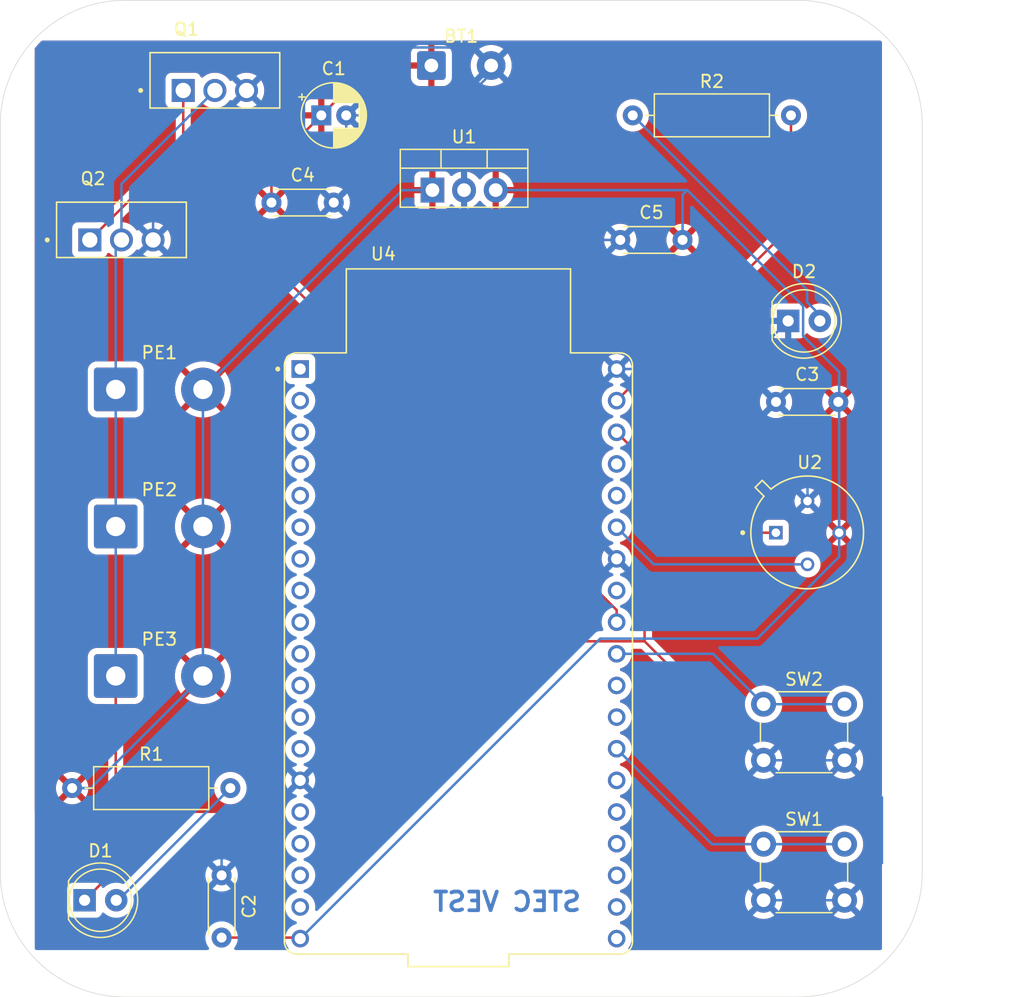
<source format=kicad_pcb>
(kicad_pcb (version 20241229) (generator "pcbnew") (generator_version "9.0")
  (title_block (title "STEC_PCB") (date "04/03.2025") (rev "0"))
  (layers (0 "F.Cu" signal) (2 "B.Cu" signal) (13 "F.Paste" user) (15 "B.Paste" user) (5 "F.SilkS" user "F.Silkscreen") (7 "B.SilkS" user "B.Silkscreen") (1 "F.Mask" user) (3 "B.Mask" user) (25 "Edge.Cuts" user))
  (net 0 "")
  (net 1 "+12V")
  (net 2 "GND")
  (net 3 "Net-(D1-A)")
  (net 4 "Net-(D1-K)")
  (net 5 "Net-(D2-A)")
  (net 6 "Net-(Q1-G)")
  (net 7 "Net-(U4-IO23)")
  (net 8 "Net-(U4-IO4)")
  (net 9 "Net-(U4-IO5)")
  (net 10 "+5V")
  (net 11 "Net-(U2-SCL{slash}VZ)")
  (net 12 "Net-(U2-SDA{slash}PWM)")
  (footprint "LED_THT:LED_D5.0mm" (layer "F.Cu") (at 172.475 83.5)
    (property "Reference" "D2" (at 1.27 -3.96 0) (layer "F.SilkS"))
    (property "Value" "WiFi_LED (Red)")
    (fp_line (start -1.29 -1.545) (end -1.29 1.545) (stroke (width 0.12)) (layer "F.SilkS"))
    (fp_arc (start -1.29 -1.54483) (mid 2.071756 -2.880501) (end 4.26 -0.000048) (stroke (width 0.12)) (layer "F.SilkS"))
    (fp_arc (start 4.26 0.000048) (mid 2.071756 2.880501) (end -1.29 1.54483) (stroke (width 0.12)) (layer "F.SilkS"))
    (fp_circle (center 1.27 0) (end 3.77 0) (stroke (width 0.12)) (fill no) (layer "F.SilkS"))
    (pad "1" thru_hole rect (at 0 0) (size 1.8 1.8) (drill 0.9) (layers "*.Cu" "*.Mask") (net 2 "GND"))
    (pad "2" thru_hole circle (at 2.54 0) (size 1.8 1.8) (drill 0.9) (layers "*.Cu" "*.Mask") (net 5 "Net-(D2-A)"))
  )
  (footprint "Capacitor_THT:C_Disc_D4.3mm_W1.9mm_P5.00mm" (layer "F.Cu") (at 159 77)
    (property "Reference" "C5" (at 2.5 -2.2 0) (layer "F.SilkS"))
    (property "Value" "C (0.1 μF)")
    (fp_line (start 0.23 -1.07) (end 0.23 -1.055) (stroke (width 0.12)) (layer "F.SilkS"))
    (fp_line (start 0.23 -1.07) (end 4.77 -1.07) (stroke (width 0.12)) (layer "F.SilkS"))
    (fp_line (start 0.23 1.055) (end 0.23 1.07) (stroke (width 0.12)) (layer "F.SilkS"))
    (fp_line (start 0.23 1.07) (end 4.77 1.07) (stroke (width 0.12)) (layer "F.SilkS"))
    (fp_line (start 4.77 -1.07) (end 4.77 -1.055) (stroke (width 0.12)) (layer "F.SilkS"))
    (fp_line (start 4.77 1.055) (end 4.77 1.07) (stroke (width 0.12)) (layer "F.SilkS"))
    (pad "1" thru_hole circle (at 0 0) (size 1.6 1.6) (drill 0.8) (layers "*.Cu" "*.Mask") (net 2 "GND"))
    (pad "2" thru_hole circle (at 5 0) (size 1.6 1.6) (drill 0.8) (layers "*.Cu" "*.Mask") (net 10 "+5V"))
  )
  (footprint "MLX90614ESF-BAA-000-TU:TO254P942H425-4" (layer "F.Cu") (at 174.0281 100.5)
    (property "Reference" "U2" (at 0.175 -5.635 0) (layer "F.SilkS"))
    (property "Value" "MLX90614ESF-BAA-000-TU")
    (fp_line (start -4.202 -3.636) (end -3.636 -4.202) (stroke (width 0.127)) (layer "F.SilkS"))
    (fp_line (start -3.636 -4.202) (end -2.929 -3.495) (stroke (width 0.127)) (layer "F.SilkS"))
    (fp_line (start -3.495 -2.929) (end -4.202 -3.636) (stroke (width 0.127)) (layer "F.SilkS"))
    (fp_arc (start -2.929 -3.495) (mid 3.173854 3.173854) (end -3.495 -2.929) (stroke (width 0.127)) (layer "F.SilkS"))
    (fp_circle (center -5.2 0) (end -5.1 0) (stroke (width 0.2)) (fill no) (layer "F.SilkS"))
    (pad "1" thru_hole rect (at -2.54 0) (size 1.09 1.09) (drill 0.69) (layers "*.Cu" "*.Mask") (net 11 "Net-(U2-SCL{slash}VZ)"))
    (pad "2" thru_hole circle (at 0 2.54) (size 1.09 1.09) (drill 0.69) (layers "*.Cu" "*.Mask") (net 12 "Net-(U2-SDA{slash}PWM)"))
    (pad "3" thru_hole circle (at 2.54 0) (size 1.09 1.09) (drill 0.69) (layers "*.Cu" "*.Mask") (net 10 "+5V"))
    (pad "4" thru_hole circle (at 0 -2.54) (size 1.09 1.09) (drill 0.69) (layers "*.Cu" "*.Mask") (net 2 "GND"))
  )
  (footprint "Package_TO_SOT_THT:TO-220-3_Vertical" (layer "F.Cu") (at 143.92 73)
    (property "Reference" "U1" (at 2.54 -4.27 0) (layer "F.SilkS"))
    (property "Value" "L7805CV")
    (fp_line (start -2.58 -3.27) (end -2.58 1.371) (stroke (width 0.12)) (layer "F.SilkS"))
    (fp_line (start -2.58 -3.27) (end 7.66 -3.27) (stroke (width 0.12)) (layer "F.SilkS"))
    (fp_line (start -2.58 -1.76) (end 7.66 -1.76) (stroke (width 0.12)) (layer "F.SilkS"))
    (fp_line (start -2.58 1.371) (end 7.66 1.371) (stroke (width 0.12)) (layer "F.SilkS"))
    (fp_line (start 0.69 -3.27) (end 0.69 -1.76) (stroke (width 0.12)) (layer "F.SilkS"))
    (fp_line (start 4.391 -3.27) (end 4.391 -1.76) (stroke (width 0.12)) (layer "F.SilkS"))
    (fp_line (start 7.66 -3.27) (end 7.66 1.371) (stroke (width 0.12)) (layer "F.SilkS"))
    (pad "1" thru_hole rect (at 0 0) (size 1.905 2) (drill 1.1) (layers "*.Cu" "*.Mask") (net 1 "+12V"))
    (pad "2" thru_hole oval (at 2.54 0) (size 1.905 2) (drill 1.1) (layers "*.Cu" "*.Mask") (net 2 "GND"))
    (pad "3" thru_hole oval (at 5.08 0) (size 1.905 2) (drill 1.1) (layers "*.Cu" "*.Mask") (net 10 "+5V"))
  )
  (footprint "LED_THT:LED_D5.0mm" (layer "F.Cu") (at 116 130)
    (property "Reference" "D1" (at 1.27 -3.96 0) (layer "F.SilkS"))
    (property "Value" "TEC_LED (Green)")
    (fp_line (start -1.29 -1.545) (end -1.29 1.545) (stroke (width 0.12)) (layer "F.SilkS"))
    (fp_arc (start -1.29 -1.54483) (mid 2.071756 -2.880501) (end 4.26 -0.000048) (stroke (width 0.12)) (layer "F.SilkS"))
    (fp_arc (start 4.26 0.000048) (mid 2.071756 2.880501) (end -1.29 1.54483) (stroke (width 0.12)) (layer "F.SilkS"))
    (fp_circle (center 1.27 0) (end 3.77 0) (stroke (width 0.12)) (fill no) (layer "F.SilkS"))
    (pad "1" thru_hole rect (at 0 0) (size 1.8 1.8) (drill 0.9) (layers "*.Cu" "*.Mask") (net 4 "Net-(D1-K)"))
    (pad "2" thru_hole circle (at 2.54 0) (size 1.8 1.8) (drill 0.9) (layers "*.Cu" "*.Mask") (net 3 "Net-(D1-A)"))
  )
  (footprint "Resistor_THT:R_Axial_DIN0309_L9.0mm_D3.2mm_P12.70mm_Horizontal" (layer "F.Cu") (at 115 121)
    (property "Reference" "R1" (at 6.35 -2.72 0) (layer "F.SilkS"))
    (property "Value" "620Ω")
    (fp_line (start 1.04 0) (end 1.73 0) (stroke (width 0.12)) (layer "F.SilkS"))
    (fp_line (start 1.73 -1.72) (end 1.73 1.72) (stroke (width 0.12)) (layer "F.SilkS"))
    (fp_line (start 1.73 1.72) (end 10.97 1.72) (stroke (width 0.12)) (layer "F.SilkS"))
    (fp_line (start 10.97 -1.72) (end 1.73 -1.72) (stroke (width 0.12)) (layer "F.SilkS"))
    (fp_line (start 10.97 1.72) (end 10.97 -1.72) (stroke (width 0.12)) (layer "F.SilkS"))
    (fp_line (start 11.66 0) (end 10.97 0) (stroke (width 0.12)) (layer "F.SilkS"))
    (pad "1" thru_hole circle (at 0 0) (size 1.6 1.6) (drill 0.8) (layers "*.Cu" "*.Mask") (net 1 "+12V"))
    (pad "2" thru_hole oval (at 12.7 0) (size 1.6 1.6) (drill 0.8) (layers "*.Cu" "*.Mask") (net 3 "Net-(D1-A)"))
  )
  (footprint "Capacitor_THT:C_Disc_D4.3mm_W1.9mm_P5.00mm" (layer "F.Cu") (at 131 74)
    (property "Reference" "C4" (at 2.5 -2.2 0) (layer "F.SilkS"))
    (property "Value" "C (0.33 μF)")
    (fp_line (start 0.23 -1.07) (end 0.23 -1.055) (stroke (width 0.12)) (layer "F.SilkS"))
    (fp_line (start 0.23 -1.07) (end 4.77 -1.07) (stroke (width 0.12)) (layer "F.SilkS"))
    (fp_line (start 0.23 1.055) (end 0.23 1.07) (stroke (width 0.12)) (layer "F.SilkS"))
    (fp_line (start 0.23 1.07) (end 4.77 1.07) (stroke (width 0.12)) (layer "F.SilkS"))
    (fp_line (start 4.77 -1.07) (end 4.77 -1.055) (stroke (width 0.12)) (layer "F.SilkS"))
    (fp_line (start 4.77 1.055) (end 4.77 1.07) (stroke (width 0.12)) (layer "F.SilkS"))
    (pad "1" thru_hole circle (at 0 0) (size 1.6 1.6) (drill 0.8) (layers "*.Cu" "*.Mask") (net 1 "+12V"))
    (pad "2" thru_hole circle (at 5 0) (size 1.6 1.6) (drill 0.8) (layers "*.Cu" "*.Mask") (net 2 "GND"))
  )
  (footprint "Capacitor_THT:CP_Radial_D5.0mm_P2.00mm" (layer "F.Cu") (at 135 67)
    (property "Reference" "C1" (at 1 -3.75 0) (layer "F.SilkS"))
    (property "Value" "C_Polarized (10 μF)")
    (fp_line (start -1.804775 -1.475) (end -1.304775 -1.475) (stroke (width 0.12)) (layer "F.SilkS"))
    (fp_line (start -1.554775 -1.725) (end -1.554775 -1.225) (stroke (width 0.12)) (layer "F.SilkS"))
    (fp_line (start 1 -2.58) (end 1 -1.04) (stroke (width 0.12)) (layer "F.SilkS"))
    (fp_line (start 1 1.04) (end 1 2.58) (stroke (width 0.12)) (layer "F.SilkS"))
    (fp_line (start 1.04 -2.58) (end 1.04 -1.04) (stroke (width 0.12)) (layer "F.SilkS"))
    (fp_line (start 1.04 1.04) (end 1.04 2.58) (stroke (width 0.12)) (layer "F.SilkS"))
    (fp_line (start 1.08 -2.579) (end 1.08 -1.04) (stroke (width 0.12)) (layer "F.SilkS"))
    (fp_line (start 1.08 1.04) (end 1.08 2.579) (stroke (width 0.12)) (layer "F.SilkS"))
    (fp_line (start 1.12 -2.578) (end 1.12 -1.04) (stroke (width 0.12)) (layer "F.SilkS"))
    (fp_line (start 1.12 1.04) (end 1.12 2.578) (stroke (width 0.12)) (layer "F.SilkS"))
    (fp_line (start 1.16 -2.576) (end 1.16 -1.04) (stroke (width 0.12)) (layer "F.SilkS"))
    (fp_line (start 1.16 1.04) (end 1.16 2.576) (stroke (width 0.12)) (layer "F.SilkS"))
    (fp_line (start 1.2 -2.573) (end 1.2 -1.04) (stroke (width 0.12)) (layer "F.SilkS"))
    (fp_line (start 1.2 1.04) (end 1.2 2.573) (stroke (width 0.12)) (layer "F.SilkS"))
    (fp_line (start 1.24 -2.569) (end 1.24 -1.04) (stroke (width 0.12)) (layer "F.SilkS"))
    (fp_line (start 1.24 1.04) (end 1.24 2.569) (stroke (width 0.12)) (layer "F.SilkS"))
    (fp_line (start 1.28 -2.565) (end 1.28 -1.04) (stroke (width 0.12)) (layer "F.SilkS"))
    (fp_line (start 1.28 1.04) (end 1.28 2.565) (stroke (width 0.12)) (layer "F.SilkS"))
    (fp_line (start 1.32 -2.561) (end 1.32 -1.04) (stroke (width 0.12)) (layer "F.SilkS"))
    (fp_line (start 1.32 1.04) (end 1.32 2.561) (stroke (width 0.12)) (layer "F.SilkS"))
    (fp_line (start 1.36 -2.556) (end 1.36 -1.04) (stroke (width 0.12)) (layer "F.SilkS"))
    (fp_line (start 1.36 1.04) (end 1.36 2.556) (stroke (width 0.12)) (layer "F.SilkS"))
    (fp_line (start 1.4 -2.55) (end 1.4 -1.04) (stroke (width 0.12)) (layer "F.SilkS"))
    (fp_line (start 1.4 1.04) (end 1.4 2.55) (stroke (width 0.12)) (layer "F.SilkS"))
    (fp_line (start 1.44 -2.543) (end 1.44 -1.04) (stroke (width 0.12)) (layer "F.SilkS"))
    (fp_line (start 1.44 1.04) (end 1.44 2.543) (stroke (width 0.12)) (layer "F.SilkS"))
    (fp_line (start 1.48 -2.536) (end 1.48 -1.04) (stroke (width 0.12)) (layer "F.SilkS"))
    (fp_line (start 1.48 1.04) (end 1.48 2.536) (stroke (width 0.12)) (layer "F.SilkS"))
    (fp_line (start 1.52 -2.528) (end 1.52 -1.04) (stroke (width 0.12)) (layer "F.SilkS"))
    (fp_line (start 1.52 1.04) (end 1.52 2.528) (stroke (width 0.12)) (layer "F.SilkS"))
    (fp_line (start 1.56 -2.52) (end 1.56 -1.04) (stroke (width 0.12)) (layer "F.SilkS"))
    (fp_line (start 1.56 1.04) (end 1.56 2.52) (stroke (width 0.12)) (layer "F.SilkS"))
    (fp_line (start 1.6 -2.511) (end 1.6 -1.04) (stroke (width 0.12)) (layer "F.SilkS"))
    (fp_line (start 1.6 1.04) (end 1.6 2.511) (stroke (width 0.12)) (layer "F.SilkS"))
    (fp_line (start 1.64 -2.501) (end 1.64 -1.04) (stroke (width 0.12)) (layer "F.SilkS"))
    (fp_line (start 1.64 1.04) (end 1.64 2.501) (stroke (width 0.12)) (layer "F.SilkS"))
    (fp_line (start 1.68 -2.491) (end 1.68 -1.04) (stroke (width 0.12)) (layer "F.SilkS"))
    (fp_line (start 1.68 1.04) (end 1.68 2.491) (stroke (width 0.12)) (layer "F.SilkS"))
    (fp_line (start 1.721 -2.48) (end 1.721 -1.04) (stroke (width 0.12)) (layer "F.SilkS"))
    (fp_line (start 1.721 1.04) (end 1.721 2.48) (stroke (width 0.12)) (layer "F.SilkS"))
    (fp_line (start 1.761 -2.468) (end 1.761 -1.04) (stroke (width 0.12)) (layer "F.SilkS"))
    (fp_line (start 1.761 1.04) (end 1.761 2.468) (stroke (width 0.12)) (layer "F.SilkS"))
    (fp_line (start 1.801 -2.455) (end 1.801 -1.04) (stroke (width 0.12)) (layer "F.SilkS"))
    (fp_line (start 1.801 1.04) (end 1.801 2.455) (stroke (width 0.12)) (layer "F.SilkS"))
    (fp_line (start 1.841 -2.442) (end 1.841 -1.04) (stroke (width 0.12)) (layer "F.SilkS"))
    (fp_line (start 1.841 1.04) (end 1.841 2.442) (stroke (width 0.12)) (layer "F.SilkS"))
    (fp_line (start 1.881 -2.428) (end 1.881 -1.04) (stroke (width 0.12)) (layer "F.SilkS"))
    (fp_line (start 1.881 1.04) (end 1.881 2.428) (stroke (width 0.12)) (layer "F.SilkS"))
    (fp_line (start 1.921 -2.414) (end 1.921 -1.04) (stroke (width 0.12)) (layer "F.SilkS"))
    (fp_line (start 1.921 1.04) (end 1.921 2.414) (stroke (width 0.12)) (layer "F.SilkS"))
    (fp_line (start 1.961 -2.398) (end 1.961 -1.04) (stroke (width 0.12)) (layer "F.SilkS"))
    (fp_line (start 1.961 1.04) (end 1.961 2.398) (stroke (width 0.12)) (layer "F.SilkS"))
    (fp_line (start 2.001 -2.382) (end 2.001 -1.04) (stroke (width 0.12)) (layer "F.SilkS"))
    (fp_line (start 2.001 1.04) (end 2.001 2.382) (stroke (width 0.12)) (layer "F.SilkS"))
    (fp_line (start 2.041 -2.365) (end 2.041 -1.04) (stroke (width 0.12)) (layer "F.SilkS"))
    (fp_line (start 2.041 1.04) (end 2.041 2.365) (stroke (width 0.12)) (layer "F.SilkS"))
    (fp_line (start 2.081 -2.348) (end 2.081 -1.04) (stroke (width 0.12)) (layer "F.SilkS"))
    (fp_line (start 2.081 1.04) (end 2.081 2.348) (stroke (width 0.12)) (layer "F.SilkS"))
    (fp_line (start 2.121 -2.329) (end 2.121 -1.04) (stroke (width 0.12)) (layer "F.SilkS"))
    (fp_line (start 2.121 1.04) (end 2.121 2.329) (stroke (width 0.12)) (layer "F.SilkS"))
    (fp_line (start 2.161 -2.31) (end 2.161 -1.04) (stroke (width 0.12)) (layer "F.SilkS"))
    (fp_line (start 2.161 1.04) (end 2.161 2.31) (stroke (width 0.12)) (layer "F.SilkS"))
    (fp_line (start 2.201 -2.29) (end 2.201 -1.04) (stroke (width 0.12)) (layer "F.SilkS"))
    (fp_line (start 2.201 1.04) (end 2.201 2.29) (stroke (width 0.12)) (layer "F.SilkS"))
    (fp_line (start 2.241 -2.268) (end 2.241 -1.04) (stroke (width 0.12)) (layer "F.SilkS"))
    (fp_line (start 2.241 1.04) (end 2.241 2.268) (stroke (width 0.12)) (layer "F.SilkS"))
    (fp_line (start 2.281 -2.247) (end 2.281 -1.04) (stroke (width 0.12)) (layer "F.SilkS"))
    (fp_line (start 2.281 1.04) (end 2.281 2.247) (stroke (width 0.12)) (layer "F.SilkS"))
    (fp_line (start 2.321 -2.224) (end 2.321 -1.04) (stroke (width 0.12)) (layer "F.SilkS"))
    (fp_line (start 2.321 1.04) (end 2.321 2.224) (stroke (width 0.12)) (layer "F.SilkS"))
    (fp_line (start 2.361 -2.2) (end 2.361 -1.04) (stroke (width 0.12)) (layer "F.SilkS"))
    (fp_line (start 2.361 1.04) (end 2.361 2.2) (stroke (width 0.12)) (layer "F.SilkS"))
    (fp_line (start 2.401 -2.175) (end 2.401 -1.04) (stroke (width 0.12)) (layer "F.SilkS"))
    (fp_line (start 2.401 1.04) (end 2.401 2.175) (stroke (width 0.12)) (layer "F.SilkS"))
    (fp_line (start 2.441 -2.149) (end 2.441 -1.04) (stroke (width 0.12)) (layer "F.SilkS"))
    (fp_line (start 2.441 1.04) (end 2.441 2.149) (stroke (width 0.12)) (layer "F.SilkS"))
    (fp_line (start 2.481 -2.122) (end 2.481 -1.04) (stroke (width 0.12)) (layer "F.SilkS"))
    (fp_line (start 2.481 1.04) (end 2.481 2.122) (stroke (width 0.12)) (layer "F.SilkS"))
    (fp_line (start 2.521 -2.095) (end 2.521 -1.04) (stroke (width 0.12)) (layer "F.SilkS"))
    (fp_line (start 2.521 1.04) (end 2.521 2.095) (stroke (width 0.12)) (layer "F.SilkS"))
    (fp_line (start 2.561 -2.065) (end 2.561 -1.04) (stroke (width 0.12)) (layer "F.SilkS"))
    (fp_line (start 2.561 1.04) (end 2.561 2.065) (stroke (width 0.12)) (layer "F.SilkS"))
    (fp_line (start 2.601 -2.035) (end 2.601 -1.04) (stroke (width 0.12)) (layer "F.SilkS"))
    (fp_line (start 2.601 1.04) (end 2.601 2.035) (stroke (width 0.12)) (layer "F.SilkS"))
    (fp_line (start 2.641 -2.004) (end 2.641 -1.04) (stroke (width 0.12)) (layer "F.SilkS"))
    (fp_line (start 2.641 1.04) (end 2.641 2.004) (stroke (width 0.12)) (layer "F.SilkS"))
    (fp_line (start 2.681 -1.971) (end 2.681 -1.04) (stroke (width 0.12)) (layer "F.SilkS"))
    (fp_line (start 2.681 1.04) (end 2.681 1.971) (stroke (width 0.12)) (layer "F.SilkS"))
    (fp_line (start 2.721 -1.937) (end 2.721 -1.04) (stroke (width 0.12)) (layer "F.SilkS"))
    (fp_line (start 2.721 1.04) (end 2.721 1.937) (stroke (width 0.12)) (layer "F.SilkS"))
    (fp_line (start 2.761 -1.901) (end 2.761 -1.04) (stroke (width 0.12)) (layer "F.SilkS"))
    (fp_line (start 2.761 1.04) (end 2.761 1.901) (stroke (width 0.12)) (layer "F.SilkS"))
    (fp_line (start 2.801 -1.864) (end 2.801 -1.04) (stroke (width 0.12)) (layer "F.SilkS"))
    (fp_line (start 2.801 1.04) (end 2.801 1.864) (stroke (width 0.12)) (layer "F.SilkS"))
    (fp_line (start 2.841 -1.826) (end 2.841 -1.04) (stroke (width 0.12)) (layer "F.SilkS"))
    (fp_line (start 2.841 1.04) (end 2.841 1.826) (stroke (width 0.12)) (layer "F.SilkS"))
    (fp_line (start 2.881 -1.785) (end 2.881 -1.04) (stroke (width 0.12)) (layer "F.SilkS"))
    (fp_line (start 2.881 1.04) (end 2.881 1.785) (stroke (width 0.12)) (layer "F.SilkS"))
    (fp_line (start 2.921 -1.743) (end 2.921 -1.04) (stroke (width 0.12)) (layer "F.SilkS"))
    (fp_line (start 2.921 1.04) (end 2.921 1.743) (stroke (width 0.12)) (layer "F.SilkS"))
    (fp_line (start 2.961 -1.699) (end 2.961 -1.04) (stroke (width 0.12)) (layer "F.SilkS"))
    (fp_line (start 2.961 1.04) (end 2.961 1.699) (stroke (width 0.12)) (layer "F.SilkS"))
    (fp_line (start 3.001 -1.653) (end 3.001 -1.04) (stroke (width 0.12)) (layer "F.SilkS"))
    (fp_line (start 3.001 1.04) (end 3.001 1.653) (stroke (width 0.12)) (layer "F.SilkS"))
    (fp_line (start 3.041 -1.605) (end 3.041 1.605) (stroke (width 0.12)) (layer "F.SilkS"))
    (fp_line (start 3.081 -1.554) (end 3.081 1.554) (stroke (width 0.12)) (layer "F.SilkS"))
    (fp_line (start 3.121 -1.5) (end 3.121 1.5) (stroke (width 0.12)) (layer "F.SilkS"))
    (fp_line (start 3.161 -1.443) (end 3.161 1.443) (stroke (width 0.12)) (layer "F.SilkS"))
    (fp_line (start 3.201 -1.383) (end 3.201 1.383) (stroke (width 0.12)) (layer "F.SilkS"))
    (fp_line (start 3.241 -1.319) (end 3.241 1.319) (stroke (width 0.12)) (layer "F.SilkS"))
    (fp_line (start 3.281 -1.251) (end 3.281 1.251) (stroke (width 0.12)) (layer "F.SilkS"))
    (fp_line (start 3.321 -1.178) (end 3.321 1.178) (stroke (width 0.12)) (layer "F.SilkS"))
    (fp_line (start 3.361 -1.098) (end 3.361 1.098) (stroke (width 0.12)) (layer "F.SilkS"))
    (fp_line (start 3.401 -1.011) (end 3.401 1.011) (stroke (width 0.12)) (layer "F.SilkS"))
    (fp_line (start 3.441 -0.915) (end 3.441 0.915) (stroke (width 0.12)) (layer "F.SilkS"))
    (fp_line (start 3.481 -0.805) (end 3.481 0.805) (stroke (width 0.12)) (layer "F.SilkS"))
    (fp_line (start 3.521 -0.677) (end 3.521 0.677) (stroke (width 0.12)) (layer "F.SilkS"))
    (fp_line (start 3.561 -0.518) (end 3.561 0.518) (stroke (width 0.12)) (layer "F.SilkS"))
    (fp_line (start 3.601 -0.284) (end 3.601 0.284) (stroke (width 0.12)) (layer "F.SilkS"))
    (fp_circle (center 1 0) (end 3.62 0) (stroke (width 0.12)) (fill no) (layer "F.SilkS"))
    (pad "1" thru_hole rect (at 0 0) (size 1.6 1.6) (drill 0.8) (layers "*.Cu" "*.Mask") (net 1 "+12V"))
    (pad "2" thru_hole circle (at 2 0) (size 1.6 1.6) (drill 0.8) (layers "*.Cu" "*.Mask") (net 2 "GND"))
  )
  (footprint "Connector_Wire:SolderWire-0.5sqmm_1x02_P4.8mm_D0.9mm_OD2.3mm" (layer "F.Cu") (at 143.835642 63)
    (property "Reference" "BT1" (at 2.4 -2.35 0) (layer "F.SilkS"))
    (property "Value" "12V Battery")
    (pad "1" thru_hole roundrect (at 0 0) (size 2.3 2.3) (drill 1.1) (layers "*.Cu" "*.Mask") (roundrect_rratio 0.108696) (net 1 "+12V"))
    (pad "2" thru_hole circle (at 4.8 0) (size 2.3 2.3) (drill 1.1) (layers "*.Cu" "*.Mask") (net 2 "GND"))
  )
  (footprint "IRLB3034PBF:TO254P1041X444X1930-3" (layer "F.Cu") (at 126.46 64.19)
    (property "Reference" "Q1" (at -2.2825 -4.1075 0) (layer "F.SilkS"))
    (property "Value" "IRLB3034PBF")
    (fp_line (start -5.2075 -2.2225) (end 5.2075 -2.2225) (stroke (width 0.127)) (layer "F.SilkS"))
    (fp_line (start -5.2075 2.2225) (end -5.2075 -2.2225) (stroke (width 0.127)) (layer "F.SilkS"))
    (fp_line (start 5.2075 -2.2225) (end 5.2075 2.2225) (stroke (width 0.127)) (layer "F.SilkS"))
    (fp_line (start 5.2075 2.2225) (end -5.2075 2.2225) (stroke (width 0.127)) (layer "F.SilkS"))
    (fp_circle (center -5.9575 0.81) (end -5.8575 0.81) (stroke (width 0.2)) (fill no) (layer "F.SilkS"))
    (pad "1" thru_hole rect (at -2.54 0.81) (size 1.845 1.845) (drill 1.23) (layers "*.Cu" "*.Mask") (net 6 "Net-(Q1-G)"))
    (pad "2" thru_hole circle (at 0 0.81) (size 1.845 1.845) (drill 1.23) (layers "*.Cu" "*.Mask") (net 4 "Net-(D1-K)"))
    (pad "3" thru_hole circle (at 2.54 0.81) (size 1.845 1.845) (drill 1.23) (layers "*.Cu" "*.Mask") (net 2 "GND"))
  )
  (footprint "Connector_Wire:SolderWire-0.75sqmm_1x02_P7mm_D1.25mm_OD3.5mm" (layer "F.Cu") (at 118.5 89)
    (property "Reference" "PE1" (at 3.5 -2.95 0) (layer "F.SilkS"))
    (property "Value" "TEC")
    (pad "1" thru_hole roundrect (at 0 0) (size 3.5 3.5) (drill 1.55) (layers "*.Cu" "*.Mask") (roundrect_rratio 0.071429) (net 4 "Net-(D1-K)"))
    (pad "2" thru_hole circle (at 7 0) (size 3.5 3.5) (drill 1.55) (layers "*.Cu" "*.Mask") (net 1 "+12V"))
  )
  (footprint "Connector_Wire:SolderWire-0.75sqmm_1x02_P7mm_D1.25mm_OD3.5mm" (layer "F.Cu") (at 118.5 100)
    (property "Reference" "PE2" (at 3.5 -2.95 0) (layer "F.SilkS"))
    (property "Value" "TEC")
    (pad "1" thru_hole roundrect (at 0 0) (size 3.5 3.5) (drill 1.55) (layers "*.Cu" "*.Mask") (roundrect_rratio 0.071429) (net 4 "Net-(D1-K)"))
    (pad "2" thru_hole circle (at 7 0) (size 3.5 3.5) (drill 1.55) (layers "*.Cu" "*.Mask") (net 1 "+12V"))
  )
  (footprint "Button_Switch_THT:SW_PUSH_6mm_H4.3mm" (layer "F.Cu") (at 170.5 114.265)
    (property "Reference" "SW2" (at 3.25 -2 0) (layer "F.SilkS"))
    (property "Value" "SW_Push (Up)")
    (fp_line (start -0.25 1.5) (end -0.25 3) (stroke (width 0.12)) (layer "F.SilkS"))
    (fp_line (start 1 5.5) (end 5.5 5.5) (stroke (width 0.12)) (layer "F.SilkS"))
    (fp_line (start 5.5 -1) (end 1 -1) (stroke (width 0.12)) (layer "F.SilkS"))
    (fp_line (start 6.75 3) (end 6.75 1.5) (stroke (width 0.12)) (layer "F.SilkS"))
    (pad "1" thru_hole circle (at 0 0 90) (size 2 2) (drill 1.1) (layers "*.Cu" "*.Mask") (net 9 "Net-(U4-IO5)"))
    (pad "1" thru_hole circle (at 6.5 0 90) (size 2 2) (drill 1.1) (layers "*.Cu" "*.Mask") (net 9 "Net-(U4-IO5)"))
    (pad "2" thru_hole circle (at 0 4.5 90) (size 2 2) (drill 1.1) (layers "*.Cu" "*.Mask") (net 2 "GND"))
    (pad "2" thru_hole circle (at 6.5 4.5 90) (size 2 2) (drill 1.1) (layers "*.Cu" "*.Mask") (net 2 "GND"))
  )
  (footprint "Button_Switch_THT:SW_PUSH_6mm_H4.3mm" (layer "F.Cu") (at 170.5 125.5)
    (property "Reference" "SW1" (at 3.25 -2 0) (layer "F.SilkS"))
    (property "Value" "SW_Push (Down)")
    (fp_line (start -0.25 1.5) (end -0.25 3) (stroke (width 0.12)) (layer "F.SilkS"))
    (fp_line (start 1 5.5) (end 5.5 5.5) (stroke (width 0.12)) (layer "F.SilkS"))
    (fp_line (start 5.5 -1) (end 1 -1) (stroke (width 0.12)) (layer "F.SilkS"))
    (fp_line (start 6.75 3) (end 6.75 1.5) (stroke (width 0.12)) (layer "F.SilkS"))
    (pad "1" thru_hole circle (at 0 0 90) (size 2 2) (drill 1.1) (layers "*.Cu" "*.Mask") (net 8 "Net-(U4-IO4)"))
    (pad "1" thru_hole circle (at 6.5 0 90) (size 2 2) (drill 1.1) (layers "*.Cu" "*.Mask") (net 8 "Net-(U4-IO4)"))
    (pad "2" thru_hole circle (at 0 4.5 90) (size 2 2) (drill 1.1) (layers "*.Cu" "*.Mask") (net 2 "GND"))
    (pad "2" thru_hole circle (at 6.5 4.5 90) (size 2 2) (drill 1.1) (layers "*.Cu" "*.Mask") (net 2 "GND"))
  )
  (footprint "Capacitor_THT:C_Disc_D4.3mm_W1.9mm_P5.00mm" (layer "F.Cu") (at 127 128 -90)
    (property "Reference" "C2" (at 2.5 -2.2 90) (layer "F.SilkS"))
    (property "Value" "C (0.1 μF)")
    (fp_line (start 0.23 1.07) (end 4.77 1.07) (stroke (width 0.12)) (layer "F.SilkS"))
    (fp_line (start 0.23 1.055) (end 0.23 1.07) (stroke (width 0.12)) (layer "F.SilkS"))
    (fp_line (start 4.77 1.055) (end 4.77 1.07) (stroke (width 0.12)) (layer "F.SilkS"))
    (fp_line (start 0.23 -1.07) (end 0.23 -1.055) (stroke (width 0.12)) (layer "F.SilkS"))
    (fp_line (start 0.23 -1.07) (end 4.77 -1.07) (stroke (width 0.12)) (layer "F.SilkS"))
    (fp_line (start 4.77 -1.07) (end 4.77 -1.055) (stroke (width 0.12)) (layer "F.SilkS"))
    (pad "1" thru_hole circle (at 0 0 270) (size 1.6 1.6) (drill 0.8) (layers "*.Cu" "*.Mask") (net 2 "GND"))
    (pad "2" thru_hole circle (at 5 0 270) (size 1.6 1.6) (drill 0.8) (layers "*.Cu" "*.Mask") (net 10 "+5V"))
  )
  (footprint "Capacitor_THT:C_Disc_D4.3mm_W1.9mm_P5.00mm" (layer "F.Cu") (at 171.5 90)
    (property "Reference" "C3" (at 2.5 -2.2 0) (layer "F.SilkS"))
    (property "Value" "C (0.1 μF)")
    (fp_line (start 0.23 -1.07) (end 0.23 -1.055) (stroke (width 0.12)) (layer "F.SilkS"))
    (fp_line (start 0.23 -1.07) (end 4.77 -1.07) (stroke (width 0.12)) (layer "F.SilkS"))
    (fp_line (start 0.23 1.055) (end 0.23 1.07) (stroke (width 0.12)) (layer "F.SilkS"))
    (fp_line (start 0.23 1.07) (end 4.77 1.07) (stroke (width 0.12)) (layer "F.SilkS"))
    (fp_line (start 4.77 -1.07) (end 4.77 -1.055) (stroke (width 0.12)) (layer "F.SilkS"))
    (fp_line (start 4.77 1.055) (end 4.77 1.07) (stroke (width 0.12)) (layer "F.SilkS"))
    (pad "1" thru_hole circle (at 0 0) (size 1.6 1.6) (drill 0.8) (layers "*.Cu" "*.Mask") (net 2 "GND"))
    (pad "2" thru_hole circle (at 5 0) (size 1.6 1.6) (drill 0.8) (layers "*.Cu" "*.Mask") (net 10 "+5V"))
  )
  (footprint "IRLB3034PBF:TO254P1041X444X1930-3" (layer "F.Cu") (at 118.96 76.19)
    (property "Reference" "Q2" (at -2.2825 -4.1075 0) (layer "F.SilkS"))
    (property "Value" "IRLB3034PBF")
    (fp_line (start -5.2075 -2.2225) (end 5.2075 -2.2225) (stroke (width 0.127)) (layer "F.SilkS"))
    (fp_line (start -5.2075 2.2225) (end -5.2075 -2.2225) (stroke (width 0.127)) (layer "F.SilkS"))
    (fp_line (start 5.2075 -2.2225) (end 5.2075 2.2225) (stroke (width 0.127)) (layer "F.SilkS"))
    (fp_line (start 5.2075 2.2225) (end -5.2075 2.2225) (stroke (width 0.127)) (layer "F.SilkS"))
    (fp_circle (center -5.9575 0.81) (end -5.8575 0.81) (stroke (width 0.2)) (fill no) (layer "F.SilkS"))
    (pad "1" thru_hole rect (at -2.54 0.81) (size 1.845 1.845) (drill 1.23) (layers "*.Cu" "*.Mask") (net 6 "Net-(Q1-G)"))
    (pad "2" thru_hole circle (at 0 0.81) (size 1.845 1.845) (drill 1.23) (layers "*.Cu" "*.Mask") (net 4 "Net-(D1-K)"))
    (pad "3" thru_hole circle (at 2.54 0.81) (size 1.845 1.845) (drill 1.23) (layers "*.Cu" "*.Mask") (net 2 "GND"))
  )
  (footprint "Connector_Wire:SolderWire-0.75sqmm_1x02_P7mm_D1.25mm_OD3.5mm" (layer "F.Cu") (at 118.5 112)
    (property "Reference" "PE3" (at 3.5 -2.95 0) (layer "F.SilkS"))
    (property "Value" "TEC")
    (pad "1" thru_hole roundrect (at 0 0) (size 3.5 3.5) (drill 1.55) (layers "*.Cu" "*.Mask") (roundrect_rratio 0.071429) (net 4 "Net-(D1-K)"))
    (pad "2" thru_hole circle (at 7 0) (size 3.5 3.5) (drill 1.55) (layers "*.Cu" "*.Mask") (net 1 "+12V"))
  )
  (footprint "footprints:MODULE_ESP32-DEVKITC-32E" (layer "F.Cu") (at 146.008142 110.195)
    (property "Reference" "U4" (at -6.0325 -32.0675 0) (layer "F.SilkS"))
    (property "Value" "ESP32-DEVKITC-32E")
    (fp_line (start -13.97 23.13) (end -13.97 -23.13) (stroke (width 0.127)) (layer "F.SilkS"))
    (fp_line (start -12.97 -24.13) (end -9 -24.13) (stroke (width 0.127)) (layer "F.SilkS"))
    (fp_line (start -12.97 24.13) (end -4.05 24.13) (stroke (width 0.127)) (layer "F.SilkS"))
    (fp_line (start -9 -30.87) (end 9 -30.87) (stroke (width 0.127)) (layer "F.SilkS"))
    (fp_line (start -9 -24.13) (end -9 -30.87) (stroke (width 0.127)) (layer "F.SilkS"))
    (fp_line (start -4.05 24.13) (end -4.05 25.13) (stroke (width 0.127)) (layer "F.SilkS"))
    (fp_line (start -4.05 25.13) (end 4.05 25.13) (stroke (width 0.127)) (layer "F.SilkS"))
    (fp_line (start 4.05 24.13) (end 12.97 24.13) (stroke (width 0.127)) (layer "F.SilkS"))
    (fp_line (start 4.05 25.13) (end 4.05 24.13) (stroke (width 0.127)) (layer "F.SilkS"))
    (fp_line (start 9 -30.87) (end 9 -24.13) (stroke (width 0.127)) (layer "F.SilkS"))
    (fp_line (start 9 -24.13) (end 12.97 -24.13) (stroke (width 0.127)) (layer "F.SilkS"))
    (fp_line (start 13.97 23.13) (end 13.97 -23.13) (stroke (width 0.127)) (layer "F.SilkS"))
    (fp_arc (start -13.97 -23.13) (mid -13.677107 -23.837107) (end -12.97 -24.13) (stroke (width 0.127)) (layer "F.SilkS"))
    (fp_arc (start -12.97 24.13) (mid -13.677107 23.837107) (end -13.97 23.13) (stroke (width 0.127)) (layer "F.SilkS"))
    (fp_arc (start 12.97 -24.13) (mid 13.677107 -23.837107) (end 13.97 -23.13) (stroke (width 0.127)) (layer "F.SilkS"))
    (fp_arc (start 13.97 23.13) (mid 13.677107 23.837107) (end 12.97 24.13) (stroke (width 0.127)) (layer "F.SilkS"))
    (fp_circle (center -14.5 -22.835) (end -14.4 -22.835) (stroke (width 0.2)) (fill no) (layer "F.SilkS"))
    (pad "J2_1" thru_hole rect (at -12.7 -22.835) (size 1.408 1.408) (drill 0.9) (layers "*.Cu" "*.Mask"))
    (pad "J2_2" thru_hole circle (at -12.7 -20.295) (size 1.408 1.408) (drill 0.9) (layers "*.Cu" "*.Mask"))
    (pad "J2_3" thru_hole circle (at -12.7 -17.755) (size 1.408 1.408) (drill 0.9) (layers "*.Cu" "*.Mask"))
    (pad "J2_4" thru_hole circle (at -12.7 -15.215) (size 1.408 1.408) (drill 0.9) (layers "*.Cu" "*.Mask"))
    (pad "J2_5" thru_hole circle (at -12.7 -12.675) (size 1.408 1.408) (drill 0.9) (layers "*.Cu" "*.Mask"))
    (pad "J2_6" thru_hole circle (at -12.7 -10.135) (size 1.408 1.408) (drill 0.9) (layers "*.Cu" "*.Mask"))
    (pad "J2_7" thru_hole circle (at -12.7 -7.595) (size 1.408 1.408) (drill 0.9) (layers "*.Cu" "*.Mask"))
    (pad "J2_8" thru_hole circle (at -12.7 -5.055) (size 1.408 1.408) (drill 0.9) (layers "*.Cu" "*.Mask"))
    (pad "J2_9" thru_hole circle (at -12.7 -2.515) (size 1.408 1.408) (drill 0.9) (layers "*.Cu" "*.Mask"))
    (pad "J2_10" thru_hole circle (at -12.7 0.025) (size 1.408 1.408) (drill 0.9) (layers "*.Cu" "*.Mask"))
    (pad "J2_11" thru_hole circle (at -12.7 2.565) (size 1.408 1.408) (drill 0.9) (layers "*.Cu" "*.Mask"))
    (pad "J2_12" thru_hole circle (at -12.7 5.105) (size 1.408 1.408) (drill 0.9) (layers "*.Cu" "*.Mask"))
    (pad "J2_13" thru_hole circle (at -12.7 7.645) (size 1.408 1.408) (drill 0.9) (layers "*.Cu" "*.Mask"))
    (pad "J2_14" thru_hole circle (at -12.7 10.185) (size 1.408 1.408) (drill 0.9) (layers "*.Cu" "*.Mask") (net 2 "GND"))
    (pad "J2_15" thru_hole circle (at -12.7 12.725) (size 1.408 1.408) (drill 0.9) (layers "*.Cu" "*.Mask"))
    (pad "J2_16" thru_hole circle (at -12.7 15.265) (size 1.408 1.408) (drill 0.9) (layers "*.Cu" "*.Mask"))
    (pad "J2_17" thru_hole circle (at -12.7 17.805) (size 1.408 1.408) (drill 0.9) (layers "*.Cu" "*.Mask"))
    (pad "J2_18" thru_hole circle (at -12.7 20.345) (size 1.408 1.408) (drill 0.9) (layers "*.Cu" "*.Mask"))
    (pad "J2_19" thru_hole circle (at -12.7 22.885) (size 1.408 1.408) (drill 0.9) (layers "*.Cu" "*.Mask") (net 10 "+5V"))
    (pad "J3_1" thru_hole circle (at 12.7 -22.835) (size 1.408 1.408) (drill 0.9) (layers "*.Cu" "*.Mask") (net 2 "GND"))
    (pad "J3_2" thru_hole circle (at 12.7 -20.295) (size 1.408 1.408) (drill 0.9) (layers "*.Cu" "*.Mask") (net 7 "Net-(U4-IO23)"))
    (pad "J3_3" thru_hole circle (at 12.7 -17.755) (size 1.408 1.408) (drill 0.9) (layers "*.Cu" "*.Mask") (net 11 "Net-(U2-SCL{slash}VZ)"))
    (pad "J3_4" thru_hole circle (at 12.7 -15.215) (size 1.408 1.408) (drill 0.9) (layers "*.Cu" "*.Mask"))
    (pad "J3_5" thru_hole circle (at 12.7 -12.675) (size 1.408 1.408) (drill 0.9) (layers "*.Cu" "*.Mask"))
    (pad "J3_6" thru_hole circle (at 12.7 -10.135) (size 1.408 1.408) (drill 0.9) (layers "*.Cu" "*.Mask") (net 12 "Net-(U2-SDA{slash}PWM)"))
    (pad "J3_7" thru_hole circle (at 12.7 -7.595) (size 1.408 1.408) (drill 0.9) (layers "*.Cu" "*.Mask") (net 2 "GND"))
    (pad "J3_8" thru_hole circle (at 12.7 -5.055) (size 1.408 1.408) (drill 0.9) (layers "*.Cu" "*.Mask"))
    (pad "J3_9" thru_hole circle (at 12.7 -2.515) (size 1.408 1.408) (drill 0.9) (layers "*.Cu" "*.Mask") (net 6 "Net-(Q1-G)"))
    (pad "J3_10" thru_hole circle (at 12.7 0.025) (size 1.408 1.408) (drill 0.9) (layers "*.Cu" "*.Mask") (net 9 "Net-(U4-IO5)"))
    (pad "J3_11" thru_hole circle (at 12.7 2.565) (size 1.408 1.408) (drill 0.9) (layers "*.Cu" "*.Mask"))
    (pad "J3_12" thru_hole circle (at 12.7 5.105) (size 1.408 1.408) (drill 0.9) (layers "*.Cu" "*.Mask"))
    (pad "J3_13" thru_hole circle (at 12.7 7.645) (size 1.408 1.408) (drill 0.9) (layers "*.Cu" "*.Mask") (net 8 "Net-(U4-IO4)"))
    (pad "J3_14" thru_hole circle (at 12.7 10.185) (size 1.408 1.408) (drill 0.9) (layers "*.Cu" "*.Mask"))
    (pad "J3_15" thru_hole circle (at 12.7 12.725) (size 1.408 1.408) (drill 0.9) (layers "*.Cu" "*.Mask"))
    (pad "J3_16" thru_hole circle (at 12.7 15.265) (size 1.408 1.408) (drill 0.9) (layers "*.Cu" "*.Mask"))
    (pad "J3_17" thru_hole circle (at 12.7 17.805) (size 1.408 1.408) (drill 0.9) (layers "*.Cu" "*.Mask"))
    (pad "J3_18" thru_hole circle (at 12.7 20.345) (size 1.408 1.408) (drill 0.9) (layers "*.Cu" "*.Mask"))
    (pad "J3_19" thru_hole circle (at 12.7 22.885) (size 1.408 1.408) (drill 0.9) (layers "*.Cu" "*.Mask"))
  )
  (footprint "Resistor_THT:R_Axial_DIN0309_L9.0mm_D3.2mm_P12.70mm_Horizontal" (layer "F.Cu") (at 160 67)
    (property "Reference" "R2" (at 6.35 -2.72 0) (layer "F.SilkS"))
    (property "Value" "220Ω")
    (fp_line (start 1.04 0) (end 1.73 0) (stroke (width 0.12)) (layer "F.SilkS"))
    (fp_line (start 1.73 -1.72) (end 1.73 1.72) (stroke (width 0.12)) (layer "F.SilkS"))
    (fp_line (start 1.73 1.72) (end 10.97 1.72) (stroke (width 0.12)) (layer "F.SilkS"))
    (fp_line (start 10.97 -1.72) (end 1.73 -1.72) (stroke (width 0.12)) (layer "F.SilkS"))
    (fp_line (start 10.97 1.72) (end 10.97 -1.72) (stroke (width 0.12)) (layer "F.SilkS"))
    (fp_line (start 11.66 0) (end 10.97 0) (stroke (width 0.12)) (layer "F.SilkS"))
    (pad "1" thru_hole circle (at 0 0) (size 1.6 1.6) (drill 0.8) (layers "*.Cu" "*.Mask") (net 5 "Net-(D2-A)"))
    (pad "2" thru_hole oval (at 12.7 0) (size 1.6 1.6) (drill 0.8) (layers "*.Cu" "*.Mask") (net 7 "Net-(U4-IO23)"))
  )
  (gr_arc (start 173.235642 57.765) (mid 180.30671 60.693932) (end 183.235642 67.765) (stroke (width 0.05)) (layer "Edge.Cuts"))
  (gr_line (start 183.235642 67.765) (end 183.235642 127.765) (stroke (width 0.05)) (layer "Edge.Cuts"))
  (gr_arc (start 109.235642 67.765) (mid 112.164574 60.693932) (end 119.235642 57.765) (stroke (width 0.05)) (layer "Edge.Cuts"))
  (gr_arc (start 183.235642 127.765) (mid 180.30671 134.836068) (end 173.235642 137.765) (stroke (width 0.05)) (layer "Edge.Cuts"))
  (gr_arc (start 119.235642 137.765) (mid 112.164574 134.836068) (end 109.235642 127.765) (stroke (width 0.05)) (layer "Edge.Cuts"))
  (gr_line (start 119.235642 57.765) (end 173.235642 57.765) (stroke (width 0.05)) (layer "Edge.Cuts"))
  (gr_line (start 173.235642 137.765) (end 119.235642 137.765) (stroke (width 0.05)) (layer "Edge.Cuts"))
  (gr_line (start 109.235642 127.765) (end 109.235642 67.765) (stroke (width 0.05)) (layer "Edge.Cuts"))
  (gr_text "STEC VEST" (at 156 131 0) (layer "B.Cu") (effects (font (size 1.5 1.5) (thickness 0.3) (bold yes)) (justify left bottom mirror)))
  (segment (start 143.835642 63) (end 143.835642 72.915642) (width 0.2) (layer "F.Cu") (net 1))
  (segment (start 143.835642 72.915642) (end 143.92 73) (width 0.2) (layer "F.Cu") (net 1))
  (segment (start 135 67) (end 131 71) (width 0.2) (layer "F.Cu") (net 1))
  (segment (start 135 67) (end 139 63) (width 0.2) (layer "F.Cu") (net 1))
  (segment (start 139 63) (end 143.835642 63) (width 0.2) (layer "F.Cu") (net 1))
  (segment (start 131 71) (end 131 74) (width 0.2) (layer "F.Cu") (net 1))
  (segment (start 141.5 73) (end 143.92 73) (width 0.2) (layer "B.Cu") (net 1))
  (segment (start 125.5 112) (end 116.5 121) (width 0.2) (layer "B.Cu") (net 1))
  (segment (start 125.5 100) (end 125.5 112) (width 0.2) (layer "B.Cu") (net 1))
  (segment (start 125.5 89) (end 141.5 73) (width 0.2) (layer "B.Cu") (net 1))
  (segment (start 125.5 89) (end 125.5 100) (width 0.2) (layer "B.Cu") (net 1))
  (segment (start 116.5 121) (end 115 121) (width 0.2) (layer "B.Cu") (net 1))
  (segment (start 144.473142 109.215) (end 133.308142 120.38) (width 0.2) (layer "F.Cu") (net 2))
  (segment (start 158.708142 102.6) (end 160.95 104.841858) (width 0.2) (layer "F.Cu") (net 2))
  (segment (start 160.95 104.841858) (end 160.95 109.215) (width 0.2) (layer "F.Cu") (net 2))
  (segment (start 160.95 109.215) (end 170.5 118.765) (width 0.2) (layer "F.Cu") (net 2))
  (segment (start 160.95 109.215) (end 144.473142 109.215) (width 0.2) (layer "F.Cu") (net 2))
  (segment (start 137 67) (end 137 73) (width 0.2) (layer "B.Cu") (net 2))
  (segment (start 127 126.688142) (end 133.308142 120.38) (width 0.2) (layer "B.Cu") (net 2))
  (segment (start 180 127) (end 177 130) (width 0.2) (layer "B.Cu") (net 2))
  (segment (start 132.451 61.549) (end 147.184642 61.549) (width 0.2) (layer "B.Cu") (net 2))
  (segment (start 168.615 87.36) (end 172.475 83.5) (width 0.2) (layer "B.Cu") (net 2))
  (segment (start 146.46 73) (end 146.46 75.111858) (width 0.2) (layer "B.Cu") (net 2))
  (segment (start 174.0281 97.96) (end 174.0281 92.7731) (width 0.2) (layer "B.Cu") (net 2))
  (segment (start 146.46 75.111858) (end 152.674071 81.325929) (width 0.2) (layer "B.Cu") (net 2))
  (segment (start 177 118.765) (end 180 121.765) (width 0.2) (layer "B.Cu") (net 2))
  (segment (start 157 100.891858) (end 158.708142 102.6) (width 0.2) (layer "B.Cu") (net 2))
  (segment (start 152.674071 81.325929) (end 158.708142 87.36) (width 0.2) (layer "B.Cu") (net 2))
  (segment (start 147.184642 61.549) (end 148.635642 63) (width 0.2) (layer "B.Cu") (net 2))
  (segment (start 129 65) (end 121.5 72.5) (width 0.2) (layer "B.Cu") (net 2))
  (segment (start 129 65) (end 132.451 61.549) (width 0.2) (layer "B.Cu") (net 2))
  (segment (start 158.708142 87.36) (end 168.615 87.36) (width 0.2) (layer "B.Cu") (net 2))
  (segment (start 177 118.765) (end 170.5 118.765) (width 0.2) (layer "B.Cu") (net 2))
  (segment (start 121.5 72.5) (end 121.5 77) (width 0.2) (layer "B.Cu") (net 2))
  (segment (start 148.635642 63) (end 148.635642 63.635642) (width 0.2) (layer "B.Cu") (net 2))
  (segment (start 159 77) (end 157 77) (width 0.2) (layer "B.Cu") (net 2))
  (segment (start 180 121.765) (end 180 127) (width 0.2) (layer "B.Cu") (net 2))
  (segment (start 157 77) (end 152.674071 81.325929) (width 0.2) (layer "B.Cu") (net 2))
  (segment (start 174.0281 92.7731) (end 168.615 87.36) (width 0.2) (layer "B.Cu") (net 2))
  (segment (start 137 73) (end 136 74) (width 0.2) (layer "B.Cu") (net 2))
  (segment (start 145.271284 67) (end 146.46 65.811284) (width 0.2) (layer "B.Cu") (net 2))
  (segment (start 127 128) (end 127 126.688142) (width 0.2) (layer "B.Cu") (net 2))
  (segment (start 157 89.068142) (end 157 100.891858) (width 0.2) (layer "B.Cu") (net 2))
  (segment (start 177 130) (end 170.5 130) (width 0.2) (layer "B.Cu") (net 2))
  (segment (start 158.708142 87.36) (end 157 89.068142) (width 0.2) (layer "B.Cu") (net 2))
  (segment (start 146.46 65.811284) (end 146.46 73) (width 0.2) (layer "B.Cu") (net 2))
  (segment (start 148.635642 63.635642) (end 146.46 65.811284) (width 0.2) (layer "B.Cu") (net 2))
  (segment (start 137 67) (end 145.271284 67) (width 0.2) (layer "B.Cu") (net 2))
  (segment (start 127.7 121) (end 128 121) (width 0.2) (layer "F.Cu") (net 3))
  (segment (start 118.58 129.96) (end 118.54 130) (width 0.2) (layer "B.Cu") (net 3))
  (segment (start 118.7 130) (end 118.54 130) (width 0.2) (layer "B.Cu") (net 3))
  (segment (start 127.7 121) (end 118.7 130) (width 0.2) (layer "B.Cu") (net 3))
  (segment (start 118.5 127.5) (end 116 130) (width 0.2) (layer "F.Cu") (net 4))
  (segment (start 118.5 112) (end 118.5 127.5) (width 0.2) (layer "F.Cu") (net 4))
  (segment (start 126.46 65) (end 118.96 72.5) (width 0.2) (layer "B.Cu") (net 4))
  (segment (start 118.5 89) (end 118.5 77.46) (width 0.2) (layer "B.Cu") (net 4))
  (segment (start 118.5 100) (end 118.5 112) (width 0.2) (layer "B.Cu") (net 4))
  (segment (start 118.5 112) (end 119 112) (width 0.2) (layer "B.Cu") (net 4))
  (segment (start 118.5 77.46) (end 118.96 77) (width 0.2) (layer "B.Cu") (net 4))
  (segment (start 118.96 72.5) (end 118.96 77) (width 0.2) (layer "B.Cu") (net 4))
  (segment (start 118.5 100) (end 118.5 89) (width 0.2) (layer "B.Cu") (net 4))
  (segment (start 175.015 83.015) (end 174 82) (width 0.2) (layer "B.Cu") (net 5))
  (segment (start 174 81) (end 160 67) (width 0.2) (layer "B.Cu") (net 5))
  (segment (start 174 82) (end 174 81) (width 0.2) (layer "B.Cu") (net 5))
  (segment (start 175.015 83.5) (end 175.015 83.015) (width 0.2) (layer "B.Cu") (net 5))
  (segment (start 123.92 69.5) (end 122.71 70.71) (width 0.2) (layer "F.Cu") (net 6))
  (segment (start 122.71 70.71) (end 116.42 77) (width 0.2) (layer "F.Cu") (net 6))
  (segment (start 158.708142 107.68) (end 158.708142 106.708142) (width 0.2) (layer "F.Cu") (net 6))
  (segment (start 123.92 65) (end 123.92 69.5) (width 0.2) (layer "F.Cu") (net 6))
  (segment (start 158.708142 106.708142) (end 122.71 70.71) (width 0.2) (layer "F.Cu") (net 6))
  (segment (start 172.7 75.908142) (end 158.708142 89.9) (width 0.2) (layer "F.Cu") (net 7))
  (segment (start 172.7 67) (end 172.7 75.908142) (width 0.2) (layer "F.Cu") (net 7))
  (segment (start 170.5 125.5) (end 177 125.5) (width 0.2) (layer "B.Cu") (net 8))
  (segment (start 166.368142 125.5) (end 158.708142 117.84) (width 0.2) (layer "B.Cu") (net 8))
  (segment (start 170.5 125.5) (end 166.368142 125.5) (width 0.2) (layer "B.Cu") (net 8))
  (segment (start 177 114.265) (end 170.5 114.265) (width 0.2) (layer "B.Cu") (net 9))
  (segment (start 166.455 110.22) (end 158.708142 110.22) (width 0.2) (layer "B.Cu") (net 9))
  (segment (start 170.5 114.265) (end 166.455 110.22) (width 0.2) (layer "B.Cu") (net 9))
  (segment (start 127 133) (end 133.228142 133) (width 0.2) (layer "F.Cu") (net 10))
  (segment (start 176.5681 98.93673) (end 176.5681 100.5) (width 0.2) (layer "F.Cu") (net 10))
  (segment (start 133.228142 133) (end 133.308142 133.08) (width 0.2) (layer "F.Cu") (net 10))
  (segment (start 173.676 82.299) (end 173.676 84.701) (width 0.2) (layer "B.Cu") (net 10))
  (segment (start 170 109) (end 176.5681 102.4319) (width 0.2) (layer "B.Cu") (net 10))
  (segment (start 164 73.377) (end 164.377 73) (width 0.2) (layer "B.Cu") (net 10))
  (segment (start 133.308142 133.08) (end 157.388142 109) (width 0.2) (layer "B.Cu") (net 10))
  (segment (start 149 73) (end 164.377 73) (width 0.2) (layer "B.Cu") (net 10))
  (segment (start 176.5681 102.4319) (end 176.5681 100.5) (width 0.2) (layer "B.Cu") (net 10))
  (segment (start 164.377 73) (end 173.676 82.299) (width 0.2) (layer "B.Cu") (net 10))
  (segment (start 176.5681 87.5931) (end 176.5681 100.5) (width 0.2) (layer "B.Cu") (net 10))
  (segment (start 157.388142 109) (end 170 109) (width 0.2) (layer "B.Cu") (net 10))
  (segment (start 173.676 84.701) (end 176.5681 87.5931) (width 0.2) (layer "B.Cu") (net 10))
  (segment (start 164 77) (end 164 73.377) (width 0.2) (layer "B.Cu") (net 10))
  (segment (start 158.708142 92.291858) (end 159 92) (width 0.2) (layer "F.Cu") (net 11))
  (segment (start 166.768142 100.5) (end 158.708142 92.44) (width 0.2) (layer "F.Cu") (net 11))
  (segment (start 171.4881 100.5) (end 166.768142 100.5) (width 0.2) (layer "F.Cu") (net 11))
  (segment (start 158.708142 92.44) (end 158.708142 92.291858) (width 0.2) (layer "F.Cu") (net 11))
  (segment (start 161.688142 103.04) (end 158.708142 100.06) (width 0.2) (layer "B.Cu") (net 12))
  (segment (start 174.0281 103.04) (end 161.688142 103.04) (width 0.2) (layer "B.Cu") (net 12))
  (zone (net 1) (net_name "+12V") (layer "F.Cu") (priority 1) (connect_pads (clearance 0.5)) (min_thickness 0.25) (fill yes (thermal_gap 0.5) (thermal_bridge_width 0.5))
    (polygon (pts (xy 129 123) (xy 112 123) (xy 112 61) (xy 146 61) (xy 146 75) (xy 132 86) (xy 129 89)))
  )
  (zone (net 10) (net_name "+5V") (layer "F.Cu") (priority 2) (connect_pads (clearance 0.5)) (min_thickness 0.25) (fill yes (thermal_gap 0.5) (thermal_bridge_width 0.5))
    (polygon (pts (xy 146 61) (xy 180 61) (xy 180 134) (xy 146 134)))
  )
  (zone (net 2) (net_name "GND") (layer "B.Cu") (connect_pads (clearance 0.5)) (min_thickness 0.25) (fill yes (thermal_gap 0.5) (thermal_bridge_width 0.5))
    (polygon (pts (xy 112 61) (xy 180 61) (xy 180 134) (xy 112 134)))
  )
)
</source>
